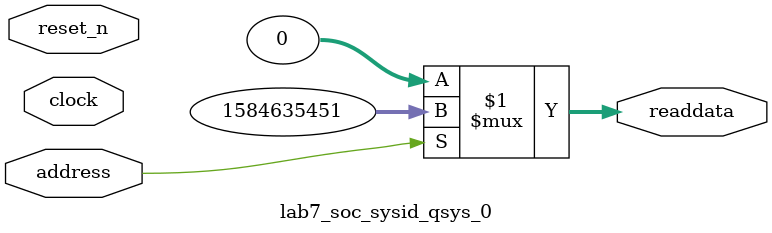
<source format=v>



// synthesis translate_off
`timescale 1ns / 1ps
// synthesis translate_on

// turn off superfluous verilog processor warnings 
// altera message_level Level1 
// altera message_off 10034 10035 10036 10037 10230 10240 10030 

module lab7_soc_sysid_qsys_0 (
               // inputs:
                address,
                clock,
                reset_n,

               // outputs:
                readdata
             )
;

  output  [ 31: 0] readdata;
  input            address;
  input            clock;
  input            reset_n;

  wire    [ 31: 0] readdata;
  //control_slave, which is an e_avalon_slave
  assign readdata = address ? 1584635451 : 0;

endmodule



</source>
